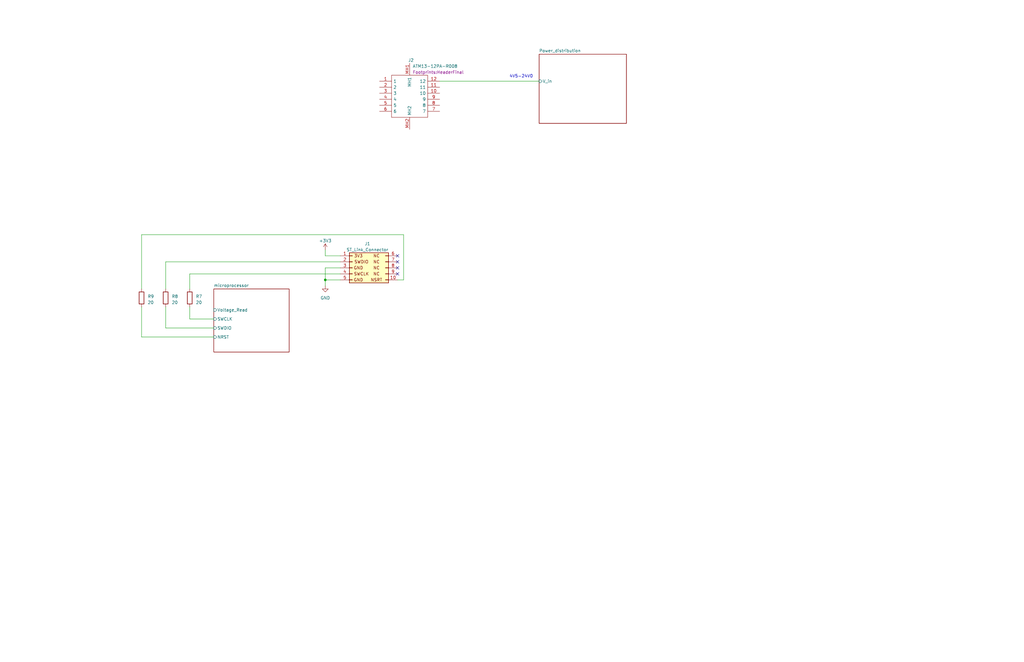
<source format=kicad_sch>
(kicad_sch (version 20230121) (generator eeschema)
  (paper "USLedger")
  (title_block (title "PCB Test") (date "2023-08-10") (rev "0.0.1") (company "Bantha Boi"))
  (lib_symbols
    (symbol "ATM13-12PA-R008:ATM13-12PA-R008" (pin_names (offset 0.762))
      (property "Reference" "J" (at 24.13 12.7 0))
      (property "Value" "ATM13-12PA-R008" (at 24.13 10.16 0))
      (symbol "ATM13-12PA-R008_0_0"
        (pin passive line (at 20.32 12.7 270) (length 5.08) (name "1") (number "1"))
        (pin passive line (at 15.24 -12.7 90) (length 5.08) (name "10") (number "10"))
        (pin passive line (at 17.78 -12.7 90) (length 5.08) (name "11") (number "11"))
        (pin passive line (at 20.32 -12.7 90) (length 5.08) (name "12") (number "12"))
        (pin passive line (at 17.78 12.7 270) (length 5.08) (name "2") (number "2"))
        (pin passive line (at 15.24 12.7 270) (length 5.08) (name "3") (number "3"))
        (pin passive line (at 12.7 12.7 270) (length 5.08) (name "4") (number "4"))
        (pin passive line (at 10.16 12.7 270) (length 5.08) (name "5") (number "5"))
        (pin passive line (at 7.62 12.7 270) (length 5.08) (name "6") (number "6"))
        (pin passive line (at 7.62 -12.7 90) (length 5.08) (name "7") (number "7"))
        (pin passive line (at 10.16 -12.7 90) (length 5.08) (name "8") (number "8"))
        (pin passive line (at 12.7 -12.7 90) (length 5.08) (name "9") (number "9"))
        (pin passive line (at 27.94 0 180) (length 5.08) (name "MH1") (number "MH1"))
        (pin passive line (at 0 0 0) (length 5.08) (name "MH2") (number "MH2"))
      )
      (symbol "ATM13-12PA-R008_0_1"
        (polyline (pts (xy 5.08 7.62) (xy 22.86 7.62) (xy 22.86 -7.62) (xy 5.08 -7.62) (xy 5.08 7.62)) (stroke (width 0.1524)))
      )
    )
    (symbol "Connector_Generic:Conn_02x05_Top_Bottom" (pin_names (offset 1.016) hide)
      (property "Reference" "J1" (at 6.35 10.16 0))
      (property "Value" "ST_Link_Connector" (at 6.35 7.62 0))
      (symbol "Conn_02x05_Top_Bottom_1_1"
        (rectangle (start -1.27 -4.953) (end 0 -5.207) (stroke (width 0.1524)))
        (rectangle (start -1.27 -2.413) (end 0 -2.667) (stroke (width 0.1524)))
        (rectangle (start -1.27 0.127) (end 0 -0.127) (stroke (width 0.1524)))
        (rectangle (start -1.27 2.667) (end 0 2.413) (stroke (width 0.1524)))
        (rectangle (start -1.27 5.207) (end 0 4.953) (stroke (width 0.1524)))
        (rectangle (start -1.27 6.35) (end 15.24 -6.35) (stroke (width 0.254)) (fill (type background)))
        (rectangle (start 15.24 -4.953) (end 13.97 -5.207) (stroke (width 0.1524)))
        (rectangle (start 15.24 -2.413) (end 13.97 -2.667) (stroke (width 0.1524)))
        (rectangle (start 15.24 0.127) (end 13.97 -0.127) (stroke (width 0.1524)))
        (rectangle (start 15.24 2.667) (end 13.97 2.413) (stroke (width 0.1524)))
        (rectangle (start 15.24 5.207) (end 13.97 4.953) (stroke (width 0.1524)))
        (text "3V3" (at 2.54 5.08 0) (effects (font (size 1.27 1.27))))
        (text "GND" (at 2.54 -5.08 0) (effects (font (size 1.27 1.27))))
        (text "GND" (at 2.54 0 0) (effects (font (size 1.27 1.27))))
        (text "NC" (at 10.16 -2.54 0) (effects (font (size 1.27 1.27))))
        (text "NC" (at 10.16 0 0) (effects (font (size 1.27 1.27))))
        (text "NC" (at 10.16 2.54 0) (effects (font (size 1.27 1.27))))
        (text "NC" (at 10.16 5.08 0) (effects (font (size 1.27 1.27))))
        (text "NSRT" (at 10.16 -5.08 0) (effects (font (size 1.27 1.27))))
        (text "SWCLK" (at 3.81 -2.54 0) (effects (font (size 1.27 1.27))))
        (text "SWDIO" (at 3.81 2.54 0) (effects (font (size 1.27 1.27))))
        (pin passive line (at -5.08 5.08 0) (length 3.81) (name "Pin_1") (number "1"))
        (pin passive line (at 19.05 -5.08 180) (length 3.81) (name "Pin_10") (number "10"))
        (pin passive line (at -5.08 2.54 0) (length 3.81) (name "Pin_2") (number "2"))
        (pin passive line (at -5.08 0 0) (length 3.81) (name "Pin_3") (number "3"))
        (pin passive line (at -5.08 -2.54 0) (length 3.81) (name "Pin_4") (number "4"))
        (pin passive line (at -5.08 -5.08 0) (length 3.81) (name "Pin_5") (number "5"))
        (pin passive line (at 19.05 5.08 180) (length 3.81) (name "Pin_6") (number "6"))
        (pin passive line (at 19.05 2.54 180) (length 3.81) (name "Pin_7") (number "7"))
        (pin passive line (at 19.05 0 180) (length 3.81) (name "Pin_8") (number "8"))
        (pin passive line (at 19.05 -2.54 180) (length 3.81) (name "Pin_9") (number "9"))
      )
    )
    (symbol "Device:R" (pin_numbers hide) (pin_names (offset 0))
      (property "Reference" "R" (at 2.032 0 90))
      (property "Value" "R" (at 0 0 90))
      (symbol "R_0_1"
        (rectangle (start -1.016 -2.54) (end 1.016 2.54) (stroke (width 0.254)))
      )
      (symbol "R_1_1"
        (pin passive line (at 0 3.81 270) (length 1.27) (name "~") (number "1"))
        (pin passive line (at 0 -3.81 90) (length 1.27) (name "~") (number "2"))
      )
    )
    (symbol "power:+3V3" (power) (pin_names (offset 0))
      (property "Value" "+3V3" (at 0 3.556 0))
      (symbol "+3V3_0_1"
        (polyline (pts (xy -0.762 1.27) (xy 0 2.54)))
        (polyline (pts (xy 0 0) (xy 0 2.54)))
        (polyline (pts (xy 0 2.54) (xy 0.762 1.27)))
      )
      (symbol "+3V3_1_1"
        (pin power_in line (at 0 0 90) (length 0) hide (name "+3V3") (number "1"))
      )
    )
    (symbol "power:GND" (power) (pin_names (offset 0))
      (property "Value" "GND" (at 0 -3.81 0))
      (symbol "GND_0_1"
        (polyline (pts (xy 0 0) (xy 0 -1.27) (xy 1.27 -1.27) (xy 0 -2.54) (xy -1.27 -1.27) (xy 0 -1.27)))
      )
      (symbol "GND_1_1"
        (pin power_in line (at 0 0 270) (length 0) hide (name "GND") (number "1"))
      )
    )
  )
  (junction (at 137.16 118.11))
  (no_connect (at 167.64 113.03))
  (no_connect (at 167.64 107.95))
  (no_connect (at 167.64 115.57))
  (no_connect (at 167.64 110.49))
  (wire (pts (xy 69.85 110.49) (xy 69.85 121.92)))
  (wire (pts (xy 185.42 34.29) (xy 227.33 34.29)))
  (wire (pts (xy 137.16 107.95) (xy 137.16 105.41)))
  (wire (pts (xy 137.16 118.11) (xy 137.16 120.65)))
  (wire (pts (xy 170.18 118.11) (xy 167.64 118.11)))
  (wire (pts (xy 59.69 142.24) (xy 90.17 142.24)))
  (wire (pts (xy 143.51 118.11) (xy 137.16 118.11)))
  (wire (pts (xy 69.85 129.54) (xy 69.85 138.43)))
  (wire (pts (xy 59.69 99.06) (xy 59.69 121.92)))
  (wire (pts (xy 69.85 110.49) (xy 143.51 110.49)))
  (wire (pts (xy 59.69 99.06) (xy 170.18 99.06)))
  (wire (pts (xy 59.69 129.54) (xy 59.69 142.24)))
  (wire (pts (xy 143.51 113.03) (xy 137.16 113.03)))
  (wire (pts (xy 170.18 99.06) (xy 170.18 118.11)))
  (wire (pts (xy 137.16 113.03) (xy 137.16 118.11)))
  (wire (pts (xy 80.01 115.57) (xy 80.01 121.92)))
  (wire (pts (xy 80.01 134.62) (xy 90.17 134.62)))
  (wire (pts (xy 80.01 115.57) (xy 143.51 115.57)))
  (wire (pts (xy 69.85 138.43) (xy 90.17 138.43)))
  (wire (pts (xy 143.51 107.95) (xy 137.16 107.95)))
  (wire (pts (xy 80.01 129.54) (xy 80.01 134.62)))
  (text "4V5-24V0" (at 224.79 33.02 0) (effects (font (size 1.27 1.27)) (justify right bottom)))
  (symbol (lib_id "power:GND") (at 137.16 120.65 0) (unit 1)
    (property "Reference" "#PWR017" (effects hide))
    (property "Value" "GND" (at 137.16 125.73 0))
  )
  (symbol (lib_id "power:+3V3") (at 137.16 105.41 0) (unit 1)
    (property "Reference" "#PWR08" (effects hide))
    (property "Value" "+3V3" (at 137.16 101.6 0))
  )
  (symbol (lib_id "Device:R") (at 59.69 125.73 0) (unit 1)
    (property "Reference" "R9" (at 62.23 125.095 0) (effects (justify left)))
    (property "Value" "20" (at 62.23 127.635 0) (effects (justify left)))
  )
  (symbol (lib_id "Device:R") (at 80.01 125.73 0) (unit 1)
    (property "Reference" "R7" (at 82.55 125.095 0) (effects (justify left)))
    (property "Value" "20" (at 82.55 127.635 0) (effects (justify left)))
  )
  (symbol (lib_id "Device:R") (at 69.85 125.73 0) (unit 1)
    (property "Reference" "R8" (at 72.39 125.095 0) (effects (justify left)))
    (property "Value" "20" (at 72.39 127.635 0) (effects (justify left)))
  )
  (symbol (lib_id "ATM13-12PA-R008:ATM13-12PA-R008") (at 172.72 54.61 90) (unit 1)
    (property "Reference" "J2" (at 172.1103 25.4 90) (effects (justify right)))
    (property "Value" "ATM13-12PA-R008" (at 173.99 27.94 90) (effects (justify right)))
    (property "Footprint" "Footprints:HeaderFinal" (at 173.99 30.48 90) (effects (justify right)))
    (property "Datasheet" "https://componentsearchengine.com/Datasheets/1/ATM13-12PA-R008.pdf" (effects hide))
    (property "Description" "Automotive Connectors 1x12 SZ 20 A Key Tin Header Thermoplastic" (effects hide))
    (property "Height" "35.4" (effects hide))
    (property "Mouser Part Number" "654-ATM13-12PA-R008" (effects hide))
    (property "Mouser Price/Stock" "https://www.mouser.co.uk/ProductDetail/Amphenol-SINE-Systems/ATM13-12PA-R008?qs=PzGy0jfpSMsB3N0uS7ecwA%3D%3D" (effects hide))
    (property "Manufacturer_Name" "Amphenol" (effects hide))
    (property "Manufacturer_Part_Number" "ATM13-12PA-R008" (effects hide))
  )
  (symbol (lib_id "Connector_Generic:Conn_02x05_Top_Bottom") (at 148.59 113.03 0) (unit 1)
    (property "Reference" "J1" (at 154.94 102.87 0))
    (property "Value" "ST_Link_Connector" (at 154.94 105.41 0))
  )
  (sheet (at 90.17 121.92) (size 31.75 26.67) (stroke (width 0.1524))
    (property "Sheetname" "microprocessor" (at 90.17 121.2084 0) (effects (justify left bottom)))
    (property "Sheetfile" "microprocessor.kicad_sch" (effects hide))
    (pin "Voltage_Read" input (at 90.17 130.81 180))
    (pin "SWCLK" input (at 90.17 134.62 180))
    (pin "SWDIO" input (at 90.17 138.43 180))
    (pin "NRST" input (at 90.17 142.24 180))
  )
  (sheet (at 227.33 22.86) (size 36.83 29.21) (stroke (width 0.1524))
    (property "Sheetname" "Power_distribution" (at 227.33 22.1484 0) (effects (justify left bottom)))
    (property "Sheetfile" "Power_distribution.kicad_sch" (effects hide))
    (pin "V_in" input (at 227.33 34.29 180))
  )
)
</source>
